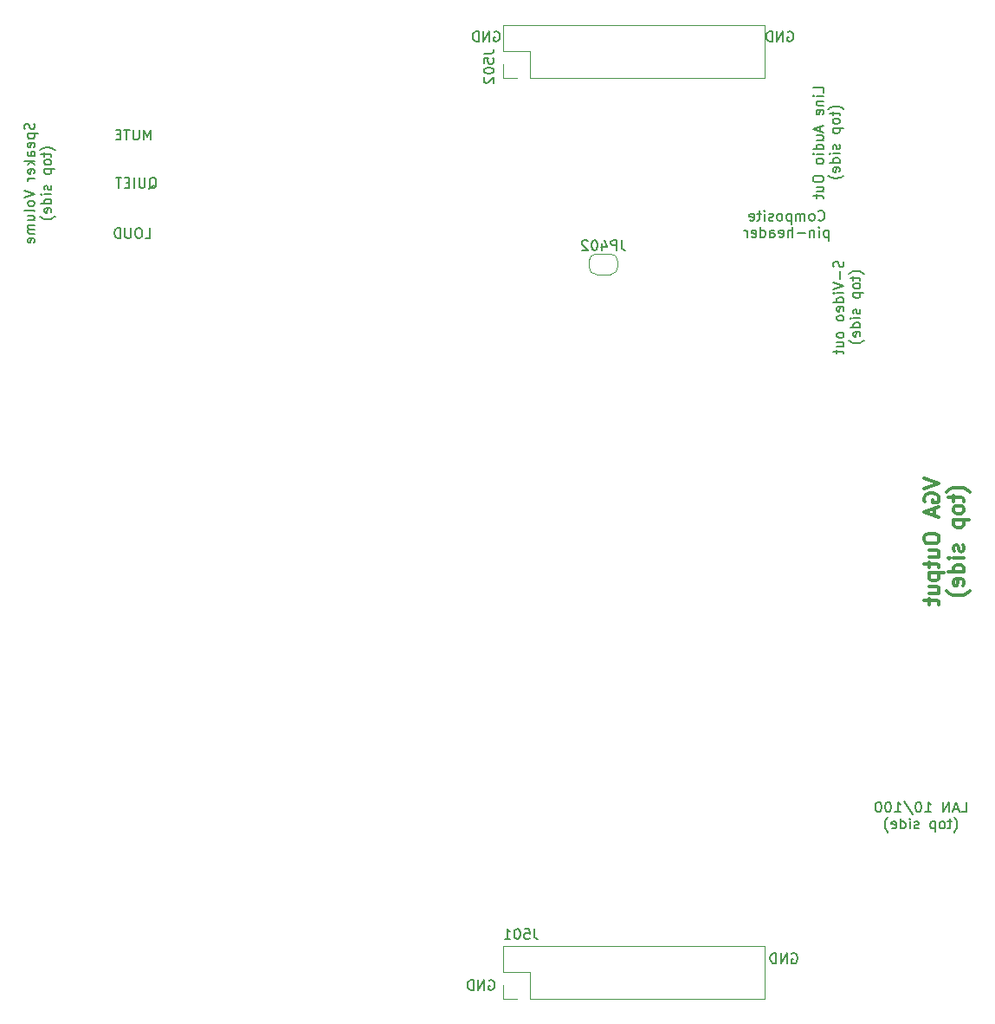
<source format=gbr>
%TF.GenerationSoftware,KiCad,Pcbnew,6.0.11-3.fc36*%
%TF.CreationDate,2023-04-28T14:31:49+02:00*%
%TF.ProjectId,openX65-vabo,6f70656e-5836-4352-9d76-61626f2e6b69,rev01*%
%TF.SameCoordinates,Original*%
%TF.FileFunction,Legend,Bot*%
%TF.FilePolarity,Positive*%
%FSLAX46Y46*%
G04 Gerber Fmt 4.6, Leading zero omitted, Abs format (unit mm)*
G04 Created by KiCad (PCBNEW 6.0.11-3.fc36) date 2023-04-28 14:31:49*
%MOMM*%
%LPD*%
G01*
G04 APERTURE LIST*
%ADD10C,0.150000*%
%ADD11C,0.300000*%
%ADD12C,0.120000*%
G04 APERTURE END LIST*
D10*
X110861904Y-135800000D02*
X110957142Y-135752380D01*
X111100000Y-135752380D01*
X111242857Y-135800000D01*
X111338095Y-135895238D01*
X111385714Y-135990476D01*
X111433333Y-136180952D01*
X111433333Y-136323809D01*
X111385714Y-136514285D01*
X111338095Y-136609523D01*
X111242857Y-136704761D01*
X111100000Y-136752380D01*
X111004761Y-136752380D01*
X110861904Y-136704761D01*
X110814285Y-136657142D01*
X110814285Y-136323809D01*
X111004761Y-136323809D01*
X110385714Y-136752380D02*
X110385714Y-135752380D01*
X109814285Y-136752380D01*
X109814285Y-135752380D01*
X109338095Y-136752380D02*
X109338095Y-135752380D01*
X109100000Y-135752380D01*
X108957142Y-135800000D01*
X108861904Y-135895238D01*
X108814285Y-135990476D01*
X108766666Y-136180952D01*
X108766666Y-136323809D01*
X108814285Y-136514285D01*
X108861904Y-136609523D01*
X108957142Y-136704761D01*
X109100000Y-136752380D01*
X109338095Y-136752380D01*
X140461904Y-133200000D02*
X140557142Y-133152380D01*
X140700000Y-133152380D01*
X140842857Y-133200000D01*
X140938095Y-133295238D01*
X140985714Y-133390476D01*
X141033333Y-133580952D01*
X141033333Y-133723809D01*
X140985714Y-133914285D01*
X140938095Y-134009523D01*
X140842857Y-134104761D01*
X140700000Y-134152380D01*
X140604761Y-134152380D01*
X140461904Y-134104761D01*
X140414285Y-134057142D01*
X140414285Y-133723809D01*
X140604761Y-133723809D01*
X139985714Y-134152380D02*
X139985714Y-133152380D01*
X139414285Y-134152380D01*
X139414285Y-133152380D01*
X138938095Y-134152380D02*
X138938095Y-133152380D01*
X138700000Y-133152380D01*
X138557142Y-133200000D01*
X138461904Y-133295238D01*
X138414285Y-133390476D01*
X138366666Y-133580952D01*
X138366666Y-133723809D01*
X138414285Y-133914285D01*
X138461904Y-134009523D01*
X138557142Y-134104761D01*
X138700000Y-134152380D01*
X138938095Y-134152380D01*
X111361904Y-43100000D02*
X111457142Y-43052380D01*
X111600000Y-43052380D01*
X111742857Y-43100000D01*
X111838095Y-43195238D01*
X111885714Y-43290476D01*
X111933333Y-43480952D01*
X111933333Y-43623809D01*
X111885714Y-43814285D01*
X111838095Y-43909523D01*
X111742857Y-44004761D01*
X111600000Y-44052380D01*
X111504761Y-44052380D01*
X111361904Y-44004761D01*
X111314285Y-43957142D01*
X111314285Y-43623809D01*
X111504761Y-43623809D01*
X110885714Y-44052380D02*
X110885714Y-43052380D01*
X110314285Y-44052380D01*
X110314285Y-43052380D01*
X109838095Y-44052380D02*
X109838095Y-43052380D01*
X109600000Y-43052380D01*
X109457142Y-43100000D01*
X109361904Y-43195238D01*
X109314285Y-43290476D01*
X109266666Y-43480952D01*
X109266666Y-43623809D01*
X109314285Y-43814285D01*
X109361904Y-43909523D01*
X109457142Y-44004761D01*
X109600000Y-44052380D01*
X109838095Y-44052380D01*
X140061904Y-43100000D02*
X140157142Y-43052380D01*
X140300000Y-43052380D01*
X140442857Y-43100000D01*
X140538095Y-43195238D01*
X140585714Y-43290476D01*
X140633333Y-43480952D01*
X140633333Y-43623809D01*
X140585714Y-43814285D01*
X140538095Y-43909523D01*
X140442857Y-44004761D01*
X140300000Y-44052380D01*
X140204761Y-44052380D01*
X140061904Y-44004761D01*
X140014285Y-43957142D01*
X140014285Y-43623809D01*
X140204761Y-43623809D01*
X139585714Y-44052380D02*
X139585714Y-43052380D01*
X139014285Y-44052380D01*
X139014285Y-43052380D01*
X138538095Y-44052380D02*
X138538095Y-43052380D01*
X138300000Y-43052380D01*
X138157142Y-43100000D01*
X138061904Y-43195238D01*
X138014285Y-43290476D01*
X137966666Y-43480952D01*
X137966666Y-43623809D01*
X138014285Y-43814285D01*
X138061904Y-43909523D01*
X138157142Y-44004761D01*
X138300000Y-44052380D01*
X138538095Y-44052380D01*
X77238095Y-63252380D02*
X77714285Y-63252380D01*
X77714285Y-62252380D01*
X76714285Y-62252380D02*
X76523809Y-62252380D01*
X76428571Y-62300000D01*
X76333333Y-62395238D01*
X76285714Y-62585714D01*
X76285714Y-62919047D01*
X76333333Y-63109523D01*
X76428571Y-63204761D01*
X76523809Y-63252380D01*
X76714285Y-63252380D01*
X76809523Y-63204761D01*
X76904761Y-63109523D01*
X76952380Y-62919047D01*
X76952380Y-62585714D01*
X76904761Y-62395238D01*
X76809523Y-62300000D01*
X76714285Y-62252380D01*
X75857142Y-62252380D02*
X75857142Y-63061904D01*
X75809523Y-63157142D01*
X75761904Y-63204761D01*
X75666666Y-63252380D01*
X75476190Y-63252380D01*
X75380952Y-63204761D01*
X75333333Y-63157142D01*
X75285714Y-63061904D01*
X75285714Y-62252380D01*
X74809523Y-63252380D02*
X74809523Y-62252380D01*
X74571428Y-62252380D01*
X74428571Y-62300000D01*
X74333333Y-62395238D01*
X74285714Y-62490476D01*
X74238095Y-62680952D01*
X74238095Y-62823809D01*
X74285714Y-63014285D01*
X74333333Y-63109523D01*
X74428571Y-63204761D01*
X74571428Y-63252380D01*
X74809523Y-63252380D01*
X77614285Y-58447619D02*
X77709523Y-58400000D01*
X77804761Y-58304761D01*
X77947619Y-58161904D01*
X78042857Y-58114285D01*
X78138095Y-58114285D01*
X78090476Y-58352380D02*
X78185714Y-58304761D01*
X78280952Y-58209523D01*
X78328571Y-58019047D01*
X78328571Y-57685714D01*
X78280952Y-57495238D01*
X78185714Y-57400000D01*
X78090476Y-57352380D01*
X77900000Y-57352380D01*
X77804761Y-57400000D01*
X77709523Y-57495238D01*
X77661904Y-57685714D01*
X77661904Y-58019047D01*
X77709523Y-58209523D01*
X77804761Y-58304761D01*
X77900000Y-58352380D01*
X78090476Y-58352380D01*
X77233333Y-57352380D02*
X77233333Y-58161904D01*
X77185714Y-58257142D01*
X77138095Y-58304761D01*
X77042857Y-58352380D01*
X76852380Y-58352380D01*
X76757142Y-58304761D01*
X76709523Y-58257142D01*
X76661904Y-58161904D01*
X76661904Y-57352380D01*
X76185714Y-58352380D02*
X76185714Y-57352380D01*
X75709523Y-57828571D02*
X75376190Y-57828571D01*
X75233333Y-58352380D02*
X75709523Y-58352380D01*
X75709523Y-57352380D01*
X75233333Y-57352380D01*
X74947619Y-57352380D02*
X74376190Y-57352380D01*
X74661904Y-58352380D02*
X74661904Y-57352380D01*
X77790476Y-53652380D02*
X77790476Y-52652380D01*
X77457142Y-53366666D01*
X77123809Y-52652380D01*
X77123809Y-53652380D01*
X76647619Y-52652380D02*
X76647619Y-53461904D01*
X76600000Y-53557142D01*
X76552380Y-53604761D01*
X76457142Y-53652380D01*
X76266666Y-53652380D01*
X76171428Y-53604761D01*
X76123809Y-53557142D01*
X76076190Y-53461904D01*
X76076190Y-52652380D01*
X75742857Y-52652380D02*
X75171428Y-52652380D01*
X75457142Y-53652380D02*
X75457142Y-52652380D01*
X74838095Y-53128571D02*
X74504761Y-53128571D01*
X74361904Y-53652380D02*
X74838095Y-53652380D01*
X74838095Y-52652380D01*
X74361904Y-52652380D01*
X66399761Y-52066666D02*
X66447380Y-52209523D01*
X66447380Y-52447619D01*
X66399761Y-52542857D01*
X66352142Y-52590476D01*
X66256904Y-52638095D01*
X66161666Y-52638095D01*
X66066428Y-52590476D01*
X66018809Y-52542857D01*
X65971190Y-52447619D01*
X65923571Y-52257142D01*
X65875952Y-52161904D01*
X65828333Y-52114285D01*
X65733095Y-52066666D01*
X65637857Y-52066666D01*
X65542619Y-52114285D01*
X65495000Y-52161904D01*
X65447380Y-52257142D01*
X65447380Y-52495238D01*
X65495000Y-52638095D01*
X65780714Y-53066666D02*
X66780714Y-53066666D01*
X65828333Y-53066666D02*
X65780714Y-53161904D01*
X65780714Y-53352380D01*
X65828333Y-53447619D01*
X65875952Y-53495238D01*
X65971190Y-53542857D01*
X66256904Y-53542857D01*
X66352142Y-53495238D01*
X66399761Y-53447619D01*
X66447380Y-53352380D01*
X66447380Y-53161904D01*
X66399761Y-53066666D01*
X66399761Y-54352380D02*
X66447380Y-54257142D01*
X66447380Y-54066666D01*
X66399761Y-53971428D01*
X66304523Y-53923809D01*
X65923571Y-53923809D01*
X65828333Y-53971428D01*
X65780714Y-54066666D01*
X65780714Y-54257142D01*
X65828333Y-54352380D01*
X65923571Y-54400000D01*
X66018809Y-54400000D01*
X66114047Y-53923809D01*
X66447380Y-55257142D02*
X65923571Y-55257142D01*
X65828333Y-55209523D01*
X65780714Y-55114285D01*
X65780714Y-54923809D01*
X65828333Y-54828571D01*
X66399761Y-55257142D02*
X66447380Y-55161904D01*
X66447380Y-54923809D01*
X66399761Y-54828571D01*
X66304523Y-54780952D01*
X66209285Y-54780952D01*
X66114047Y-54828571D01*
X66066428Y-54923809D01*
X66066428Y-55161904D01*
X66018809Y-55257142D01*
X66447380Y-55733333D02*
X65447380Y-55733333D01*
X66066428Y-55828571D02*
X66447380Y-56114285D01*
X65780714Y-56114285D02*
X66161666Y-55733333D01*
X66399761Y-56923809D02*
X66447380Y-56828571D01*
X66447380Y-56638095D01*
X66399761Y-56542857D01*
X66304523Y-56495238D01*
X65923571Y-56495238D01*
X65828333Y-56542857D01*
X65780714Y-56638095D01*
X65780714Y-56828571D01*
X65828333Y-56923809D01*
X65923571Y-56971428D01*
X66018809Y-56971428D01*
X66114047Y-56495238D01*
X66447380Y-57400000D02*
X65780714Y-57400000D01*
X65971190Y-57400000D02*
X65875952Y-57447619D01*
X65828333Y-57495238D01*
X65780714Y-57590476D01*
X65780714Y-57685714D01*
X65447380Y-58638095D02*
X66447380Y-58971428D01*
X65447380Y-59304761D01*
X66447380Y-59780952D02*
X66399761Y-59685714D01*
X66352142Y-59638095D01*
X66256904Y-59590476D01*
X65971190Y-59590476D01*
X65875952Y-59638095D01*
X65828333Y-59685714D01*
X65780714Y-59780952D01*
X65780714Y-59923809D01*
X65828333Y-60019047D01*
X65875952Y-60066666D01*
X65971190Y-60114285D01*
X66256904Y-60114285D01*
X66352142Y-60066666D01*
X66399761Y-60019047D01*
X66447380Y-59923809D01*
X66447380Y-59780952D01*
X66447380Y-60685714D02*
X66399761Y-60590476D01*
X66304523Y-60542857D01*
X65447380Y-60542857D01*
X65780714Y-61495238D02*
X66447380Y-61495238D01*
X65780714Y-61066666D02*
X66304523Y-61066666D01*
X66399761Y-61114285D01*
X66447380Y-61209523D01*
X66447380Y-61352380D01*
X66399761Y-61447619D01*
X66352142Y-61495238D01*
X66447380Y-61971428D02*
X65780714Y-61971428D01*
X65875952Y-61971428D02*
X65828333Y-62019047D01*
X65780714Y-62114285D01*
X65780714Y-62257142D01*
X65828333Y-62352380D01*
X65923571Y-62400000D01*
X66447380Y-62400000D01*
X65923571Y-62400000D02*
X65828333Y-62447619D01*
X65780714Y-62542857D01*
X65780714Y-62685714D01*
X65828333Y-62780952D01*
X65923571Y-62828571D01*
X66447380Y-62828571D01*
X66399761Y-63685714D02*
X66447380Y-63590476D01*
X66447380Y-63400000D01*
X66399761Y-63304761D01*
X66304523Y-63257142D01*
X65923571Y-63257142D01*
X65828333Y-63304761D01*
X65780714Y-63400000D01*
X65780714Y-63590476D01*
X65828333Y-63685714D01*
X65923571Y-63733333D01*
X66018809Y-63733333D01*
X66114047Y-63257142D01*
X68438333Y-54661904D02*
X68390714Y-54614285D01*
X68247857Y-54519047D01*
X68152619Y-54471428D01*
X68009761Y-54423809D01*
X67771666Y-54376190D01*
X67581190Y-54376190D01*
X67343095Y-54423809D01*
X67200238Y-54471428D01*
X67105000Y-54519047D01*
X66962142Y-54614285D01*
X66914523Y-54661904D01*
X67390714Y-54900000D02*
X67390714Y-55280952D01*
X67057380Y-55042857D02*
X67914523Y-55042857D01*
X68009761Y-55090476D01*
X68057380Y-55185714D01*
X68057380Y-55280952D01*
X68057380Y-55757142D02*
X68009761Y-55661904D01*
X67962142Y-55614285D01*
X67866904Y-55566666D01*
X67581190Y-55566666D01*
X67485952Y-55614285D01*
X67438333Y-55661904D01*
X67390714Y-55757142D01*
X67390714Y-55900000D01*
X67438333Y-55995238D01*
X67485952Y-56042857D01*
X67581190Y-56090476D01*
X67866904Y-56090476D01*
X67962142Y-56042857D01*
X68009761Y-55995238D01*
X68057380Y-55900000D01*
X68057380Y-55757142D01*
X67390714Y-56519047D02*
X68390714Y-56519047D01*
X67438333Y-56519047D02*
X67390714Y-56614285D01*
X67390714Y-56804761D01*
X67438333Y-56900000D01*
X67485952Y-56947619D01*
X67581190Y-56995238D01*
X67866904Y-56995238D01*
X67962142Y-56947619D01*
X68009761Y-56900000D01*
X68057380Y-56804761D01*
X68057380Y-56614285D01*
X68009761Y-56519047D01*
X68009761Y-58138095D02*
X68057380Y-58233333D01*
X68057380Y-58423809D01*
X68009761Y-58519047D01*
X67914523Y-58566666D01*
X67866904Y-58566666D01*
X67771666Y-58519047D01*
X67724047Y-58423809D01*
X67724047Y-58280952D01*
X67676428Y-58185714D01*
X67581190Y-58138095D01*
X67533571Y-58138095D01*
X67438333Y-58185714D01*
X67390714Y-58280952D01*
X67390714Y-58423809D01*
X67438333Y-58519047D01*
X68057380Y-58995238D02*
X67390714Y-58995238D01*
X67057380Y-58995238D02*
X67105000Y-58947619D01*
X67152619Y-58995238D01*
X67105000Y-59042857D01*
X67057380Y-58995238D01*
X67152619Y-58995238D01*
X68057380Y-59900000D02*
X67057380Y-59900000D01*
X68009761Y-59900000D02*
X68057380Y-59804761D01*
X68057380Y-59614285D01*
X68009761Y-59519047D01*
X67962142Y-59471428D01*
X67866904Y-59423809D01*
X67581190Y-59423809D01*
X67485952Y-59471428D01*
X67438333Y-59519047D01*
X67390714Y-59614285D01*
X67390714Y-59804761D01*
X67438333Y-59900000D01*
X68009761Y-60757142D02*
X68057380Y-60661904D01*
X68057380Y-60471428D01*
X68009761Y-60376190D01*
X67914523Y-60328571D01*
X67533571Y-60328571D01*
X67438333Y-60376190D01*
X67390714Y-60471428D01*
X67390714Y-60661904D01*
X67438333Y-60757142D01*
X67533571Y-60804761D01*
X67628809Y-60804761D01*
X67724047Y-60328571D01*
X68438333Y-61138095D02*
X68390714Y-61185714D01*
X68247857Y-61280952D01*
X68152619Y-61328571D01*
X68009761Y-61376190D01*
X67771666Y-61423809D01*
X67581190Y-61423809D01*
X67343095Y-61376190D01*
X67200238Y-61328571D01*
X67105000Y-61280952D01*
X66962142Y-61185714D01*
X66914523Y-61138095D01*
X157028571Y-119347380D02*
X157504761Y-119347380D01*
X157504761Y-118347380D01*
X156742857Y-119061666D02*
X156266666Y-119061666D01*
X156838095Y-119347380D02*
X156504761Y-118347380D01*
X156171428Y-119347380D01*
X155838095Y-119347380D02*
X155838095Y-118347380D01*
X155266666Y-119347380D01*
X155266666Y-118347380D01*
X153504761Y-119347380D02*
X154076190Y-119347380D01*
X153790476Y-119347380D02*
X153790476Y-118347380D01*
X153885714Y-118490238D01*
X153980952Y-118585476D01*
X154076190Y-118633095D01*
X152885714Y-118347380D02*
X152790476Y-118347380D01*
X152695238Y-118395000D01*
X152647619Y-118442619D01*
X152600000Y-118537857D01*
X152552380Y-118728333D01*
X152552380Y-118966428D01*
X152600000Y-119156904D01*
X152647619Y-119252142D01*
X152695238Y-119299761D01*
X152790476Y-119347380D01*
X152885714Y-119347380D01*
X152980952Y-119299761D01*
X153028571Y-119252142D01*
X153076190Y-119156904D01*
X153123809Y-118966428D01*
X153123809Y-118728333D01*
X153076190Y-118537857D01*
X153028571Y-118442619D01*
X152980952Y-118395000D01*
X152885714Y-118347380D01*
X151409523Y-118299761D02*
X152266666Y-119585476D01*
X150552380Y-119347380D02*
X151123809Y-119347380D01*
X150838095Y-119347380D02*
X150838095Y-118347380D01*
X150933333Y-118490238D01*
X151028571Y-118585476D01*
X151123809Y-118633095D01*
X149933333Y-118347380D02*
X149838095Y-118347380D01*
X149742857Y-118395000D01*
X149695238Y-118442619D01*
X149647619Y-118537857D01*
X149600000Y-118728333D01*
X149600000Y-118966428D01*
X149647619Y-119156904D01*
X149695238Y-119252142D01*
X149742857Y-119299761D01*
X149838095Y-119347380D01*
X149933333Y-119347380D01*
X150028571Y-119299761D01*
X150076190Y-119252142D01*
X150123809Y-119156904D01*
X150171428Y-118966428D01*
X150171428Y-118728333D01*
X150123809Y-118537857D01*
X150076190Y-118442619D01*
X150028571Y-118395000D01*
X149933333Y-118347380D01*
X148980952Y-118347380D02*
X148885714Y-118347380D01*
X148790476Y-118395000D01*
X148742857Y-118442619D01*
X148695238Y-118537857D01*
X148647619Y-118728333D01*
X148647619Y-118966428D01*
X148695238Y-119156904D01*
X148742857Y-119252142D01*
X148790476Y-119299761D01*
X148885714Y-119347380D01*
X148980952Y-119347380D01*
X149076190Y-119299761D01*
X149123809Y-119252142D01*
X149171428Y-119156904D01*
X149219047Y-118966428D01*
X149219047Y-118728333D01*
X149171428Y-118537857D01*
X149123809Y-118442619D01*
X149076190Y-118395000D01*
X148980952Y-118347380D01*
X156338095Y-121338333D02*
X156385714Y-121290714D01*
X156480952Y-121147857D01*
X156528571Y-121052619D01*
X156576190Y-120909761D01*
X156623809Y-120671666D01*
X156623809Y-120481190D01*
X156576190Y-120243095D01*
X156528571Y-120100238D01*
X156480952Y-120005000D01*
X156385714Y-119862142D01*
X156338095Y-119814523D01*
X156100000Y-120290714D02*
X155719047Y-120290714D01*
X155957142Y-119957380D02*
X155957142Y-120814523D01*
X155909523Y-120909761D01*
X155814285Y-120957380D01*
X155719047Y-120957380D01*
X155242857Y-120957380D02*
X155338095Y-120909761D01*
X155385714Y-120862142D01*
X155433333Y-120766904D01*
X155433333Y-120481190D01*
X155385714Y-120385952D01*
X155338095Y-120338333D01*
X155242857Y-120290714D01*
X155100000Y-120290714D01*
X155004761Y-120338333D01*
X154957142Y-120385952D01*
X154909523Y-120481190D01*
X154909523Y-120766904D01*
X154957142Y-120862142D01*
X155004761Y-120909761D01*
X155100000Y-120957380D01*
X155242857Y-120957380D01*
X154480952Y-120290714D02*
X154480952Y-121290714D01*
X154480952Y-120338333D02*
X154385714Y-120290714D01*
X154195238Y-120290714D01*
X154100000Y-120338333D01*
X154052380Y-120385952D01*
X154004761Y-120481190D01*
X154004761Y-120766904D01*
X154052380Y-120862142D01*
X154100000Y-120909761D01*
X154195238Y-120957380D01*
X154385714Y-120957380D01*
X154480952Y-120909761D01*
X152861904Y-120909761D02*
X152766666Y-120957380D01*
X152576190Y-120957380D01*
X152480952Y-120909761D01*
X152433333Y-120814523D01*
X152433333Y-120766904D01*
X152480952Y-120671666D01*
X152576190Y-120624047D01*
X152719047Y-120624047D01*
X152814285Y-120576428D01*
X152861904Y-120481190D01*
X152861904Y-120433571D01*
X152814285Y-120338333D01*
X152719047Y-120290714D01*
X152576190Y-120290714D01*
X152480952Y-120338333D01*
X152004761Y-120957380D02*
X152004761Y-120290714D01*
X152004761Y-119957380D02*
X152052380Y-120005000D01*
X152004761Y-120052619D01*
X151957142Y-120005000D01*
X152004761Y-119957380D01*
X152004761Y-120052619D01*
X151100000Y-120957380D02*
X151100000Y-119957380D01*
X151100000Y-120909761D02*
X151195238Y-120957380D01*
X151385714Y-120957380D01*
X151480952Y-120909761D01*
X151528571Y-120862142D01*
X151576190Y-120766904D01*
X151576190Y-120481190D01*
X151528571Y-120385952D01*
X151480952Y-120338333D01*
X151385714Y-120290714D01*
X151195238Y-120290714D01*
X151100000Y-120338333D01*
X150242857Y-120909761D02*
X150338095Y-120957380D01*
X150528571Y-120957380D01*
X150623809Y-120909761D01*
X150671428Y-120814523D01*
X150671428Y-120433571D01*
X150623809Y-120338333D01*
X150528571Y-120290714D01*
X150338095Y-120290714D01*
X150242857Y-120338333D01*
X150195238Y-120433571D01*
X150195238Y-120528809D01*
X150671428Y-120624047D01*
X149861904Y-121338333D02*
X149814285Y-121290714D01*
X149719047Y-121147857D01*
X149671428Y-121052619D01*
X149623809Y-120909761D01*
X149576190Y-120671666D01*
X149576190Y-120481190D01*
X149623809Y-120243095D01*
X149671428Y-120100238D01*
X149719047Y-120005000D01*
X149814285Y-119862142D01*
X149861904Y-119814523D01*
X143071428Y-61452142D02*
X143119047Y-61499761D01*
X143261904Y-61547380D01*
X143357142Y-61547380D01*
X143500000Y-61499761D01*
X143595238Y-61404523D01*
X143642857Y-61309285D01*
X143690476Y-61118809D01*
X143690476Y-60975952D01*
X143642857Y-60785476D01*
X143595238Y-60690238D01*
X143500000Y-60595000D01*
X143357142Y-60547380D01*
X143261904Y-60547380D01*
X143119047Y-60595000D01*
X143071428Y-60642619D01*
X142500000Y-61547380D02*
X142595238Y-61499761D01*
X142642857Y-61452142D01*
X142690476Y-61356904D01*
X142690476Y-61071190D01*
X142642857Y-60975952D01*
X142595238Y-60928333D01*
X142500000Y-60880714D01*
X142357142Y-60880714D01*
X142261904Y-60928333D01*
X142214285Y-60975952D01*
X142166666Y-61071190D01*
X142166666Y-61356904D01*
X142214285Y-61452142D01*
X142261904Y-61499761D01*
X142357142Y-61547380D01*
X142500000Y-61547380D01*
X141738095Y-61547380D02*
X141738095Y-60880714D01*
X141738095Y-60975952D02*
X141690476Y-60928333D01*
X141595238Y-60880714D01*
X141452380Y-60880714D01*
X141357142Y-60928333D01*
X141309523Y-61023571D01*
X141309523Y-61547380D01*
X141309523Y-61023571D02*
X141261904Y-60928333D01*
X141166666Y-60880714D01*
X141023809Y-60880714D01*
X140928571Y-60928333D01*
X140880952Y-61023571D01*
X140880952Y-61547380D01*
X140404761Y-60880714D02*
X140404761Y-61880714D01*
X140404761Y-60928333D02*
X140309523Y-60880714D01*
X140119047Y-60880714D01*
X140023809Y-60928333D01*
X139976190Y-60975952D01*
X139928571Y-61071190D01*
X139928571Y-61356904D01*
X139976190Y-61452142D01*
X140023809Y-61499761D01*
X140119047Y-61547380D01*
X140309523Y-61547380D01*
X140404761Y-61499761D01*
X139357142Y-61547380D02*
X139452380Y-61499761D01*
X139500000Y-61452142D01*
X139547619Y-61356904D01*
X139547619Y-61071190D01*
X139500000Y-60975952D01*
X139452380Y-60928333D01*
X139357142Y-60880714D01*
X139214285Y-60880714D01*
X139119047Y-60928333D01*
X139071428Y-60975952D01*
X139023809Y-61071190D01*
X139023809Y-61356904D01*
X139071428Y-61452142D01*
X139119047Y-61499761D01*
X139214285Y-61547380D01*
X139357142Y-61547380D01*
X138642857Y-61499761D02*
X138547619Y-61547380D01*
X138357142Y-61547380D01*
X138261904Y-61499761D01*
X138214285Y-61404523D01*
X138214285Y-61356904D01*
X138261904Y-61261666D01*
X138357142Y-61214047D01*
X138500000Y-61214047D01*
X138595238Y-61166428D01*
X138642857Y-61071190D01*
X138642857Y-61023571D01*
X138595238Y-60928333D01*
X138500000Y-60880714D01*
X138357142Y-60880714D01*
X138261904Y-60928333D01*
X137785714Y-61547380D02*
X137785714Y-60880714D01*
X137785714Y-60547380D02*
X137833333Y-60595000D01*
X137785714Y-60642619D01*
X137738095Y-60595000D01*
X137785714Y-60547380D01*
X137785714Y-60642619D01*
X137452380Y-60880714D02*
X137071428Y-60880714D01*
X137309523Y-60547380D02*
X137309523Y-61404523D01*
X137261904Y-61499761D01*
X137166666Y-61547380D01*
X137071428Y-61547380D01*
X136357142Y-61499761D02*
X136452380Y-61547380D01*
X136642857Y-61547380D01*
X136738095Y-61499761D01*
X136785714Y-61404523D01*
X136785714Y-61023571D01*
X136738095Y-60928333D01*
X136642857Y-60880714D01*
X136452380Y-60880714D01*
X136357142Y-60928333D01*
X136309523Y-61023571D01*
X136309523Y-61118809D01*
X136785714Y-61214047D01*
X144047619Y-62490714D02*
X144047619Y-63490714D01*
X144047619Y-62538333D02*
X143952380Y-62490714D01*
X143761904Y-62490714D01*
X143666666Y-62538333D01*
X143619047Y-62585952D01*
X143571428Y-62681190D01*
X143571428Y-62966904D01*
X143619047Y-63062142D01*
X143666666Y-63109761D01*
X143761904Y-63157380D01*
X143952380Y-63157380D01*
X144047619Y-63109761D01*
X143142857Y-63157380D02*
X143142857Y-62490714D01*
X143142857Y-62157380D02*
X143190476Y-62205000D01*
X143142857Y-62252619D01*
X143095238Y-62205000D01*
X143142857Y-62157380D01*
X143142857Y-62252619D01*
X142666666Y-62490714D02*
X142666666Y-63157380D01*
X142666666Y-62585952D02*
X142619047Y-62538333D01*
X142523809Y-62490714D01*
X142380952Y-62490714D01*
X142285714Y-62538333D01*
X142238095Y-62633571D01*
X142238095Y-63157380D01*
X141761904Y-62776428D02*
X141000000Y-62776428D01*
X140523809Y-63157380D02*
X140523809Y-62157380D01*
X140095238Y-63157380D02*
X140095238Y-62633571D01*
X140142857Y-62538333D01*
X140238095Y-62490714D01*
X140380952Y-62490714D01*
X140476190Y-62538333D01*
X140523809Y-62585952D01*
X139238095Y-63109761D02*
X139333333Y-63157380D01*
X139523809Y-63157380D01*
X139619047Y-63109761D01*
X139666666Y-63014523D01*
X139666666Y-62633571D01*
X139619047Y-62538333D01*
X139523809Y-62490714D01*
X139333333Y-62490714D01*
X139238095Y-62538333D01*
X139190476Y-62633571D01*
X139190476Y-62728809D01*
X139666666Y-62824047D01*
X138333333Y-63157380D02*
X138333333Y-62633571D01*
X138380952Y-62538333D01*
X138476190Y-62490714D01*
X138666666Y-62490714D01*
X138761904Y-62538333D01*
X138333333Y-63109761D02*
X138428571Y-63157380D01*
X138666666Y-63157380D01*
X138761904Y-63109761D01*
X138809523Y-63014523D01*
X138809523Y-62919285D01*
X138761904Y-62824047D01*
X138666666Y-62776428D01*
X138428571Y-62776428D01*
X138333333Y-62728809D01*
X137428571Y-63157380D02*
X137428571Y-62157380D01*
X137428571Y-63109761D02*
X137523809Y-63157380D01*
X137714285Y-63157380D01*
X137809523Y-63109761D01*
X137857142Y-63062142D01*
X137904761Y-62966904D01*
X137904761Y-62681190D01*
X137857142Y-62585952D01*
X137809523Y-62538333D01*
X137714285Y-62490714D01*
X137523809Y-62490714D01*
X137428571Y-62538333D01*
X136571428Y-63109761D02*
X136666666Y-63157380D01*
X136857142Y-63157380D01*
X136952380Y-63109761D01*
X137000000Y-63014523D01*
X137000000Y-62633571D01*
X136952380Y-62538333D01*
X136857142Y-62490714D01*
X136666666Y-62490714D01*
X136571428Y-62538333D01*
X136523809Y-62633571D01*
X136523809Y-62728809D01*
X137000000Y-62824047D01*
X136095238Y-63157380D02*
X136095238Y-62490714D01*
X136095238Y-62681190D02*
X136047619Y-62585952D01*
X136000000Y-62538333D01*
X135904761Y-62490714D01*
X135809523Y-62490714D01*
X143547380Y-49042857D02*
X143547380Y-48566666D01*
X142547380Y-48566666D01*
X143547380Y-49376190D02*
X142880714Y-49376190D01*
X142547380Y-49376190D02*
X142595000Y-49328571D01*
X142642619Y-49376190D01*
X142595000Y-49423809D01*
X142547380Y-49376190D01*
X142642619Y-49376190D01*
X142880714Y-49852380D02*
X143547380Y-49852380D01*
X142975952Y-49852380D02*
X142928333Y-49900000D01*
X142880714Y-49995238D01*
X142880714Y-50138095D01*
X142928333Y-50233333D01*
X143023571Y-50280952D01*
X143547380Y-50280952D01*
X143499761Y-51138095D02*
X143547380Y-51042857D01*
X143547380Y-50852380D01*
X143499761Y-50757142D01*
X143404523Y-50709523D01*
X143023571Y-50709523D01*
X142928333Y-50757142D01*
X142880714Y-50852380D01*
X142880714Y-51042857D01*
X142928333Y-51138095D01*
X143023571Y-51185714D01*
X143118809Y-51185714D01*
X143214047Y-50709523D01*
X143261666Y-52328571D02*
X143261666Y-52804761D01*
X143547380Y-52233333D02*
X142547380Y-52566666D01*
X143547380Y-52900000D01*
X142880714Y-53661904D02*
X143547380Y-53661904D01*
X142880714Y-53233333D02*
X143404523Y-53233333D01*
X143499761Y-53280952D01*
X143547380Y-53376190D01*
X143547380Y-53519047D01*
X143499761Y-53614285D01*
X143452142Y-53661904D01*
X143547380Y-54566666D02*
X142547380Y-54566666D01*
X143499761Y-54566666D02*
X143547380Y-54471428D01*
X143547380Y-54280952D01*
X143499761Y-54185714D01*
X143452142Y-54138095D01*
X143356904Y-54090476D01*
X143071190Y-54090476D01*
X142975952Y-54138095D01*
X142928333Y-54185714D01*
X142880714Y-54280952D01*
X142880714Y-54471428D01*
X142928333Y-54566666D01*
X143547380Y-55042857D02*
X142880714Y-55042857D01*
X142547380Y-55042857D02*
X142595000Y-54995238D01*
X142642619Y-55042857D01*
X142595000Y-55090476D01*
X142547380Y-55042857D01*
X142642619Y-55042857D01*
X143547380Y-55661904D02*
X143499761Y-55566666D01*
X143452142Y-55519047D01*
X143356904Y-55471428D01*
X143071190Y-55471428D01*
X142975952Y-55519047D01*
X142928333Y-55566666D01*
X142880714Y-55661904D01*
X142880714Y-55804761D01*
X142928333Y-55900000D01*
X142975952Y-55947619D01*
X143071190Y-55995238D01*
X143356904Y-55995238D01*
X143452142Y-55947619D01*
X143499761Y-55900000D01*
X143547380Y-55804761D01*
X143547380Y-55661904D01*
X142547380Y-57376190D02*
X142547380Y-57566666D01*
X142595000Y-57661904D01*
X142690238Y-57757142D01*
X142880714Y-57804761D01*
X143214047Y-57804761D01*
X143404523Y-57757142D01*
X143499761Y-57661904D01*
X143547380Y-57566666D01*
X143547380Y-57376190D01*
X143499761Y-57280952D01*
X143404523Y-57185714D01*
X143214047Y-57138095D01*
X142880714Y-57138095D01*
X142690238Y-57185714D01*
X142595000Y-57280952D01*
X142547380Y-57376190D01*
X142880714Y-58661904D02*
X143547380Y-58661904D01*
X142880714Y-58233333D02*
X143404523Y-58233333D01*
X143499761Y-58280952D01*
X143547380Y-58376190D01*
X143547380Y-58519047D01*
X143499761Y-58614285D01*
X143452142Y-58661904D01*
X142880714Y-58995238D02*
X142880714Y-59376190D01*
X142547380Y-59138095D02*
X143404523Y-59138095D01*
X143499761Y-59185714D01*
X143547380Y-59280952D01*
X143547380Y-59376190D01*
X145538333Y-50661904D02*
X145490714Y-50614285D01*
X145347857Y-50519047D01*
X145252619Y-50471428D01*
X145109761Y-50423809D01*
X144871666Y-50376190D01*
X144681190Y-50376190D01*
X144443095Y-50423809D01*
X144300238Y-50471428D01*
X144205000Y-50519047D01*
X144062142Y-50614285D01*
X144014523Y-50661904D01*
X144490714Y-50900000D02*
X144490714Y-51280952D01*
X144157380Y-51042857D02*
X145014523Y-51042857D01*
X145109761Y-51090476D01*
X145157380Y-51185714D01*
X145157380Y-51280952D01*
X145157380Y-51757142D02*
X145109761Y-51661904D01*
X145062142Y-51614285D01*
X144966904Y-51566666D01*
X144681190Y-51566666D01*
X144585952Y-51614285D01*
X144538333Y-51661904D01*
X144490714Y-51757142D01*
X144490714Y-51900000D01*
X144538333Y-51995238D01*
X144585952Y-52042857D01*
X144681190Y-52090476D01*
X144966904Y-52090476D01*
X145062142Y-52042857D01*
X145109761Y-51995238D01*
X145157380Y-51900000D01*
X145157380Y-51757142D01*
X144490714Y-52519047D02*
X145490714Y-52519047D01*
X144538333Y-52519047D02*
X144490714Y-52614285D01*
X144490714Y-52804761D01*
X144538333Y-52900000D01*
X144585952Y-52947619D01*
X144681190Y-52995238D01*
X144966904Y-52995238D01*
X145062142Y-52947619D01*
X145109761Y-52900000D01*
X145157380Y-52804761D01*
X145157380Y-52614285D01*
X145109761Y-52519047D01*
X145109761Y-54138095D02*
X145157380Y-54233333D01*
X145157380Y-54423809D01*
X145109761Y-54519047D01*
X145014523Y-54566666D01*
X144966904Y-54566666D01*
X144871666Y-54519047D01*
X144824047Y-54423809D01*
X144824047Y-54280952D01*
X144776428Y-54185714D01*
X144681190Y-54138095D01*
X144633571Y-54138095D01*
X144538333Y-54185714D01*
X144490714Y-54280952D01*
X144490714Y-54423809D01*
X144538333Y-54519047D01*
X145157380Y-54995238D02*
X144490714Y-54995238D01*
X144157380Y-54995238D02*
X144205000Y-54947619D01*
X144252619Y-54995238D01*
X144205000Y-55042857D01*
X144157380Y-54995238D01*
X144252619Y-54995238D01*
X145157380Y-55900000D02*
X144157380Y-55900000D01*
X145109761Y-55900000D02*
X145157380Y-55804761D01*
X145157380Y-55614285D01*
X145109761Y-55519047D01*
X145062142Y-55471428D01*
X144966904Y-55423809D01*
X144681190Y-55423809D01*
X144585952Y-55471428D01*
X144538333Y-55519047D01*
X144490714Y-55614285D01*
X144490714Y-55804761D01*
X144538333Y-55900000D01*
X145109761Y-56757142D02*
X145157380Y-56661904D01*
X145157380Y-56471428D01*
X145109761Y-56376190D01*
X145014523Y-56328571D01*
X144633571Y-56328571D01*
X144538333Y-56376190D01*
X144490714Y-56471428D01*
X144490714Y-56661904D01*
X144538333Y-56757142D01*
X144633571Y-56804761D01*
X144728809Y-56804761D01*
X144824047Y-56328571D01*
X145538333Y-57138095D02*
X145490714Y-57185714D01*
X145347857Y-57280952D01*
X145252619Y-57328571D01*
X145109761Y-57376190D01*
X144871666Y-57423809D01*
X144681190Y-57423809D01*
X144443095Y-57376190D01*
X144300238Y-57328571D01*
X144205000Y-57280952D01*
X144062142Y-57185714D01*
X144014523Y-57138095D01*
X145499761Y-65523809D02*
X145547380Y-65666666D01*
X145547380Y-65904761D01*
X145499761Y-66000000D01*
X145452142Y-66047619D01*
X145356904Y-66095238D01*
X145261666Y-66095238D01*
X145166428Y-66047619D01*
X145118809Y-66000000D01*
X145071190Y-65904761D01*
X145023571Y-65714285D01*
X144975952Y-65619047D01*
X144928333Y-65571428D01*
X144833095Y-65523809D01*
X144737857Y-65523809D01*
X144642619Y-65571428D01*
X144595000Y-65619047D01*
X144547380Y-65714285D01*
X144547380Y-65952380D01*
X144595000Y-66095238D01*
X145166428Y-66523809D02*
X145166428Y-67285714D01*
X144547380Y-67619047D02*
X145547380Y-67952380D01*
X144547380Y-68285714D01*
X145547380Y-68619047D02*
X144880714Y-68619047D01*
X144547380Y-68619047D02*
X144595000Y-68571428D01*
X144642619Y-68619047D01*
X144595000Y-68666666D01*
X144547380Y-68619047D01*
X144642619Y-68619047D01*
X145547380Y-69523809D02*
X144547380Y-69523809D01*
X145499761Y-69523809D02*
X145547380Y-69428571D01*
X145547380Y-69238095D01*
X145499761Y-69142857D01*
X145452142Y-69095238D01*
X145356904Y-69047619D01*
X145071190Y-69047619D01*
X144975952Y-69095238D01*
X144928333Y-69142857D01*
X144880714Y-69238095D01*
X144880714Y-69428571D01*
X144928333Y-69523809D01*
X145499761Y-70380952D02*
X145547380Y-70285714D01*
X145547380Y-70095238D01*
X145499761Y-70000000D01*
X145404523Y-69952380D01*
X145023571Y-69952380D01*
X144928333Y-70000000D01*
X144880714Y-70095238D01*
X144880714Y-70285714D01*
X144928333Y-70380952D01*
X145023571Y-70428571D01*
X145118809Y-70428571D01*
X145214047Y-69952380D01*
X145547380Y-71000000D02*
X145499761Y-70904761D01*
X145452142Y-70857142D01*
X145356904Y-70809523D01*
X145071190Y-70809523D01*
X144975952Y-70857142D01*
X144928333Y-70904761D01*
X144880714Y-71000000D01*
X144880714Y-71142857D01*
X144928333Y-71238095D01*
X144975952Y-71285714D01*
X145071190Y-71333333D01*
X145356904Y-71333333D01*
X145452142Y-71285714D01*
X145499761Y-71238095D01*
X145547380Y-71142857D01*
X145547380Y-71000000D01*
X145547380Y-72666666D02*
X145499761Y-72571428D01*
X145452142Y-72523809D01*
X145356904Y-72476190D01*
X145071190Y-72476190D01*
X144975952Y-72523809D01*
X144928333Y-72571428D01*
X144880714Y-72666666D01*
X144880714Y-72809523D01*
X144928333Y-72904761D01*
X144975952Y-72952380D01*
X145071190Y-73000000D01*
X145356904Y-73000000D01*
X145452142Y-72952380D01*
X145499761Y-72904761D01*
X145547380Y-72809523D01*
X145547380Y-72666666D01*
X144880714Y-73857142D02*
X145547380Y-73857142D01*
X144880714Y-73428571D02*
X145404523Y-73428571D01*
X145499761Y-73476190D01*
X145547380Y-73571428D01*
X145547380Y-73714285D01*
X145499761Y-73809523D01*
X145452142Y-73857142D01*
X144880714Y-74190476D02*
X144880714Y-74571428D01*
X144547380Y-74333333D02*
X145404523Y-74333333D01*
X145499761Y-74380952D01*
X145547380Y-74476190D01*
X145547380Y-74571428D01*
X147538333Y-66761904D02*
X147490714Y-66714285D01*
X147347857Y-66619047D01*
X147252619Y-66571428D01*
X147109761Y-66523809D01*
X146871666Y-66476190D01*
X146681190Y-66476190D01*
X146443095Y-66523809D01*
X146300238Y-66571428D01*
X146205000Y-66619047D01*
X146062142Y-66714285D01*
X146014523Y-66761904D01*
X146490714Y-67000000D02*
X146490714Y-67380952D01*
X146157380Y-67142857D02*
X147014523Y-67142857D01*
X147109761Y-67190476D01*
X147157380Y-67285714D01*
X147157380Y-67380952D01*
X147157380Y-67857142D02*
X147109761Y-67761904D01*
X147062142Y-67714285D01*
X146966904Y-67666666D01*
X146681190Y-67666666D01*
X146585952Y-67714285D01*
X146538333Y-67761904D01*
X146490714Y-67857142D01*
X146490714Y-68000000D01*
X146538333Y-68095238D01*
X146585952Y-68142857D01*
X146681190Y-68190476D01*
X146966904Y-68190476D01*
X147062142Y-68142857D01*
X147109761Y-68095238D01*
X147157380Y-68000000D01*
X147157380Y-67857142D01*
X146490714Y-68619047D02*
X147490714Y-68619047D01*
X146538333Y-68619047D02*
X146490714Y-68714285D01*
X146490714Y-68904761D01*
X146538333Y-69000000D01*
X146585952Y-69047619D01*
X146681190Y-69095238D01*
X146966904Y-69095238D01*
X147062142Y-69047619D01*
X147109761Y-69000000D01*
X147157380Y-68904761D01*
X147157380Y-68714285D01*
X147109761Y-68619047D01*
X147109761Y-70238095D02*
X147157380Y-70333333D01*
X147157380Y-70523809D01*
X147109761Y-70619047D01*
X147014523Y-70666666D01*
X146966904Y-70666666D01*
X146871666Y-70619047D01*
X146824047Y-70523809D01*
X146824047Y-70380952D01*
X146776428Y-70285714D01*
X146681190Y-70238095D01*
X146633571Y-70238095D01*
X146538333Y-70285714D01*
X146490714Y-70380952D01*
X146490714Y-70523809D01*
X146538333Y-70619047D01*
X147157380Y-71095238D02*
X146490714Y-71095238D01*
X146157380Y-71095238D02*
X146205000Y-71047619D01*
X146252619Y-71095238D01*
X146205000Y-71142857D01*
X146157380Y-71095238D01*
X146252619Y-71095238D01*
X147157380Y-72000000D02*
X146157380Y-72000000D01*
X147109761Y-72000000D02*
X147157380Y-71904761D01*
X147157380Y-71714285D01*
X147109761Y-71619047D01*
X147062142Y-71571428D01*
X146966904Y-71523809D01*
X146681190Y-71523809D01*
X146585952Y-71571428D01*
X146538333Y-71619047D01*
X146490714Y-71714285D01*
X146490714Y-71904761D01*
X146538333Y-72000000D01*
X147109761Y-72857142D02*
X147157380Y-72761904D01*
X147157380Y-72571428D01*
X147109761Y-72476190D01*
X147014523Y-72428571D01*
X146633571Y-72428571D01*
X146538333Y-72476190D01*
X146490714Y-72571428D01*
X146490714Y-72761904D01*
X146538333Y-72857142D01*
X146633571Y-72904761D01*
X146728809Y-72904761D01*
X146824047Y-72428571D01*
X147538333Y-73238095D02*
X147490714Y-73285714D01*
X147347857Y-73380952D01*
X147252619Y-73428571D01*
X147109761Y-73476190D01*
X146871666Y-73523809D01*
X146681190Y-73523809D01*
X146443095Y-73476190D01*
X146300238Y-73428571D01*
X146205000Y-73380952D01*
X146062142Y-73285714D01*
X146014523Y-73238095D01*
D11*
X153371071Y-86757142D02*
X154871071Y-87257142D01*
X153371071Y-87757142D01*
X153442500Y-89042857D02*
X153371071Y-88900000D01*
X153371071Y-88685714D01*
X153442500Y-88471428D01*
X153585357Y-88328571D01*
X153728214Y-88257142D01*
X154013928Y-88185714D01*
X154228214Y-88185714D01*
X154513928Y-88257142D01*
X154656785Y-88328571D01*
X154799642Y-88471428D01*
X154871071Y-88685714D01*
X154871071Y-88828571D01*
X154799642Y-89042857D01*
X154728214Y-89114285D01*
X154228214Y-89114285D01*
X154228214Y-88828571D01*
X154442500Y-89685714D02*
X154442500Y-90400000D01*
X154871071Y-89542857D02*
X153371071Y-90042857D01*
X154871071Y-90542857D01*
X153371071Y-92471428D02*
X153371071Y-92757142D01*
X153442500Y-92900000D01*
X153585357Y-93042857D01*
X153871071Y-93114285D01*
X154371071Y-93114285D01*
X154656785Y-93042857D01*
X154799642Y-92900000D01*
X154871071Y-92757142D01*
X154871071Y-92471428D01*
X154799642Y-92328571D01*
X154656785Y-92185714D01*
X154371071Y-92114285D01*
X153871071Y-92114285D01*
X153585357Y-92185714D01*
X153442500Y-92328571D01*
X153371071Y-92471428D01*
X153871071Y-94400000D02*
X154871071Y-94400000D01*
X153871071Y-93757142D02*
X154656785Y-93757142D01*
X154799642Y-93828571D01*
X154871071Y-93971428D01*
X154871071Y-94185714D01*
X154799642Y-94328571D01*
X154728214Y-94400000D01*
X153871071Y-94900000D02*
X153871071Y-95471428D01*
X153371071Y-95114285D02*
X154656785Y-95114285D01*
X154799642Y-95185714D01*
X154871071Y-95328571D01*
X154871071Y-95471428D01*
X153871071Y-95971428D02*
X155371071Y-95971428D01*
X153942500Y-95971428D02*
X153871071Y-96114285D01*
X153871071Y-96400000D01*
X153942500Y-96542857D01*
X154013928Y-96614285D01*
X154156785Y-96685714D01*
X154585357Y-96685714D01*
X154728214Y-96614285D01*
X154799642Y-96542857D01*
X154871071Y-96400000D01*
X154871071Y-96114285D01*
X154799642Y-95971428D01*
X153871071Y-97971428D02*
X154871071Y-97971428D01*
X153871071Y-97328571D02*
X154656785Y-97328571D01*
X154799642Y-97400000D01*
X154871071Y-97542857D01*
X154871071Y-97757142D01*
X154799642Y-97900000D01*
X154728214Y-97971428D01*
X153871071Y-98471428D02*
X153871071Y-99042857D01*
X153371071Y-98685714D02*
X154656785Y-98685714D01*
X154799642Y-98757142D01*
X154871071Y-98900000D01*
X154871071Y-99042857D01*
X157857500Y-88042857D02*
X157786071Y-87971428D01*
X157571785Y-87828571D01*
X157428928Y-87757142D01*
X157214642Y-87685714D01*
X156857500Y-87614285D01*
X156571785Y-87614285D01*
X156214642Y-87685714D01*
X156000357Y-87757142D01*
X155857500Y-87828571D01*
X155643214Y-87971428D01*
X155571785Y-88042857D01*
X156286071Y-88400000D02*
X156286071Y-88971428D01*
X155786071Y-88614285D02*
X157071785Y-88614285D01*
X157214642Y-88685714D01*
X157286071Y-88828571D01*
X157286071Y-88971428D01*
X157286071Y-89685714D02*
X157214642Y-89542857D01*
X157143214Y-89471428D01*
X157000357Y-89400000D01*
X156571785Y-89400000D01*
X156428928Y-89471428D01*
X156357500Y-89542857D01*
X156286071Y-89685714D01*
X156286071Y-89900000D01*
X156357500Y-90042857D01*
X156428928Y-90114285D01*
X156571785Y-90185714D01*
X157000357Y-90185714D01*
X157143214Y-90114285D01*
X157214642Y-90042857D01*
X157286071Y-89900000D01*
X157286071Y-89685714D01*
X156286071Y-90828571D02*
X157786071Y-90828571D01*
X156357500Y-90828571D02*
X156286071Y-90971428D01*
X156286071Y-91257142D01*
X156357500Y-91400000D01*
X156428928Y-91471428D01*
X156571785Y-91542857D01*
X157000357Y-91542857D01*
X157143214Y-91471428D01*
X157214642Y-91400000D01*
X157286071Y-91257142D01*
X157286071Y-90971428D01*
X157214642Y-90828571D01*
X157214642Y-93257142D02*
X157286071Y-93400000D01*
X157286071Y-93685714D01*
X157214642Y-93828571D01*
X157071785Y-93900000D01*
X157000357Y-93900000D01*
X156857500Y-93828571D01*
X156786071Y-93685714D01*
X156786071Y-93471428D01*
X156714642Y-93328571D01*
X156571785Y-93257142D01*
X156500357Y-93257142D01*
X156357500Y-93328571D01*
X156286071Y-93471428D01*
X156286071Y-93685714D01*
X156357500Y-93828571D01*
X157286071Y-94542857D02*
X156286071Y-94542857D01*
X155786071Y-94542857D02*
X155857500Y-94471428D01*
X155928928Y-94542857D01*
X155857500Y-94614285D01*
X155786071Y-94542857D01*
X155928928Y-94542857D01*
X157286071Y-95900000D02*
X155786071Y-95900000D01*
X157214642Y-95900000D02*
X157286071Y-95757142D01*
X157286071Y-95471428D01*
X157214642Y-95328571D01*
X157143214Y-95257142D01*
X157000357Y-95185714D01*
X156571785Y-95185714D01*
X156428928Y-95257142D01*
X156357500Y-95328571D01*
X156286071Y-95471428D01*
X156286071Y-95757142D01*
X156357500Y-95900000D01*
X157214642Y-97185714D02*
X157286071Y-97042857D01*
X157286071Y-96757142D01*
X157214642Y-96614285D01*
X157071785Y-96542857D01*
X156500357Y-96542857D01*
X156357500Y-96614285D01*
X156286071Y-96757142D01*
X156286071Y-97042857D01*
X156357500Y-97185714D01*
X156500357Y-97257142D01*
X156643214Y-97257142D01*
X156786071Y-96542857D01*
X157857500Y-97757142D02*
X157786071Y-97828571D01*
X157571785Y-97971428D01*
X157428928Y-98042857D01*
X157214642Y-98114285D01*
X156857500Y-98185714D01*
X156571785Y-98185714D01*
X156214642Y-98114285D01*
X156000357Y-98042857D01*
X155857500Y-97971428D01*
X155643214Y-97828571D01*
X155571785Y-97757142D01*
D10*
%TO.C,J501*%
X115285714Y-130752380D02*
X115285714Y-131466666D01*
X115333333Y-131609523D01*
X115428571Y-131704761D01*
X115571428Y-131752380D01*
X115666666Y-131752380D01*
X114333333Y-130752380D02*
X114809523Y-130752380D01*
X114857142Y-131228571D01*
X114809523Y-131180952D01*
X114714285Y-131133333D01*
X114476190Y-131133333D01*
X114380952Y-131180952D01*
X114333333Y-131228571D01*
X114285714Y-131323809D01*
X114285714Y-131561904D01*
X114333333Y-131657142D01*
X114380952Y-131704761D01*
X114476190Y-131752380D01*
X114714285Y-131752380D01*
X114809523Y-131704761D01*
X114857142Y-131657142D01*
X113666666Y-130752380D02*
X113571428Y-130752380D01*
X113476190Y-130800000D01*
X113428571Y-130847619D01*
X113380952Y-130942857D01*
X113333333Y-131133333D01*
X113333333Y-131371428D01*
X113380952Y-131561904D01*
X113428571Y-131657142D01*
X113476190Y-131704761D01*
X113571428Y-131752380D01*
X113666666Y-131752380D01*
X113761904Y-131704761D01*
X113809523Y-131657142D01*
X113857142Y-131561904D01*
X113904761Y-131371428D01*
X113904761Y-131133333D01*
X113857142Y-130942857D01*
X113809523Y-130847619D01*
X113761904Y-130800000D01*
X113666666Y-130752380D01*
X112380952Y-131752380D02*
X112952380Y-131752380D01*
X112666666Y-131752380D02*
X112666666Y-130752380D01*
X112761904Y-130895238D01*
X112857142Y-130990476D01*
X112952380Y-131038095D01*
%TO.C,J502*%
X110352380Y-45214285D02*
X111066666Y-45214285D01*
X111209523Y-45166666D01*
X111304761Y-45071428D01*
X111352380Y-44928571D01*
X111352380Y-44833333D01*
X110352380Y-46166666D02*
X110352380Y-45690476D01*
X110828571Y-45642857D01*
X110780952Y-45690476D01*
X110733333Y-45785714D01*
X110733333Y-46023809D01*
X110780952Y-46119047D01*
X110828571Y-46166666D01*
X110923809Y-46214285D01*
X111161904Y-46214285D01*
X111257142Y-46166666D01*
X111304761Y-46119047D01*
X111352380Y-46023809D01*
X111352380Y-45785714D01*
X111304761Y-45690476D01*
X111257142Y-45642857D01*
X110352380Y-46833333D02*
X110352380Y-46928571D01*
X110400000Y-47023809D01*
X110447619Y-47071428D01*
X110542857Y-47119047D01*
X110733333Y-47166666D01*
X110971428Y-47166666D01*
X111161904Y-47119047D01*
X111257142Y-47071428D01*
X111304761Y-47023809D01*
X111352380Y-46928571D01*
X111352380Y-46833333D01*
X111304761Y-46738095D01*
X111257142Y-46690476D01*
X111161904Y-46642857D01*
X110971428Y-46595238D01*
X110733333Y-46595238D01*
X110542857Y-46642857D01*
X110447619Y-46690476D01*
X110400000Y-46738095D01*
X110352380Y-46833333D01*
X110447619Y-47547619D02*
X110400000Y-47595238D01*
X110352380Y-47690476D01*
X110352380Y-47928571D01*
X110400000Y-48023809D01*
X110447619Y-48071428D01*
X110542857Y-48119047D01*
X110638095Y-48119047D01*
X110780952Y-48071428D01*
X111352380Y-47500000D01*
X111352380Y-48119047D01*
%TO.C,JP402*%
X123835714Y-63452380D02*
X123835714Y-64166666D01*
X123883333Y-64309523D01*
X123978571Y-64404761D01*
X124121428Y-64452380D01*
X124216666Y-64452380D01*
X123359523Y-64452380D02*
X123359523Y-63452380D01*
X122978571Y-63452380D01*
X122883333Y-63500000D01*
X122835714Y-63547619D01*
X122788095Y-63642857D01*
X122788095Y-63785714D01*
X122835714Y-63880952D01*
X122883333Y-63928571D01*
X122978571Y-63976190D01*
X123359523Y-63976190D01*
X121930952Y-63785714D02*
X121930952Y-64452380D01*
X122169047Y-63404761D02*
X122407142Y-64119047D01*
X121788095Y-64119047D01*
X121216666Y-63452380D02*
X121121428Y-63452380D01*
X121026190Y-63500000D01*
X120978571Y-63547619D01*
X120930952Y-63642857D01*
X120883333Y-63833333D01*
X120883333Y-64071428D01*
X120930952Y-64261904D01*
X120978571Y-64357142D01*
X121026190Y-64404761D01*
X121121428Y-64452380D01*
X121216666Y-64452380D01*
X121311904Y-64404761D01*
X121359523Y-64357142D01*
X121407142Y-64261904D01*
X121454761Y-64071428D01*
X121454761Y-63833333D01*
X121407142Y-63642857D01*
X121359523Y-63547619D01*
X121311904Y-63500000D01*
X121216666Y-63452380D01*
X120502380Y-63547619D02*
X120454761Y-63500000D01*
X120359523Y-63452380D01*
X120121428Y-63452380D01*
X120026190Y-63500000D01*
X119978571Y-63547619D01*
X119930952Y-63642857D01*
X119930952Y-63738095D01*
X119978571Y-63880952D01*
X120550000Y-64452380D01*
X119930952Y-64452380D01*
D12*
%TO.C,J501*%
X112270000Y-132420000D02*
X137790000Y-132420000D01*
X137790000Y-132420000D02*
X137790000Y-137620000D01*
X112270000Y-136290000D02*
X112270000Y-137620000D01*
X112270000Y-137620000D02*
X113600000Y-137620000D01*
X114870000Y-135020000D02*
X114870000Y-137620000D01*
X114870000Y-137620000D02*
X137790000Y-137620000D01*
X112270000Y-132420000D02*
X112270000Y-135020000D01*
X112270000Y-135020000D02*
X114870000Y-135020000D01*
%TO.C,J502*%
X114870000Y-45020000D02*
X114870000Y-47620000D01*
X112270000Y-42420000D02*
X112270000Y-45020000D01*
X112270000Y-46290000D02*
X112270000Y-47620000D01*
X112270000Y-42420000D02*
X137790000Y-42420000D01*
X112270000Y-45020000D02*
X114870000Y-45020000D01*
X137790000Y-42420000D02*
X137790000Y-47620000D01*
X112270000Y-47620000D02*
X113600000Y-47620000D01*
X114870000Y-47620000D02*
X137790000Y-47620000D01*
%TO.C,JP402*%
X120650000Y-65500000D02*
X120650000Y-66100000D01*
X123450000Y-66100000D02*
X123450000Y-65500000D01*
X121350000Y-66800000D02*
X122750000Y-66800000D01*
X122750000Y-64800000D02*
X121350000Y-64800000D01*
X121350000Y-64800000D02*
G75*
G03*
X120650000Y-65500000I0J-700000D01*
G01*
X123450000Y-65500000D02*
G75*
G03*
X122750000Y-64800000I-699999J1D01*
G01*
X120650000Y-66100000D02*
G75*
G03*
X121350000Y-66800000I700000J0D01*
G01*
X122750000Y-66800000D02*
G75*
G03*
X123450000Y-66100000I1J699999D01*
G01*
%TD*%
M02*

</source>
